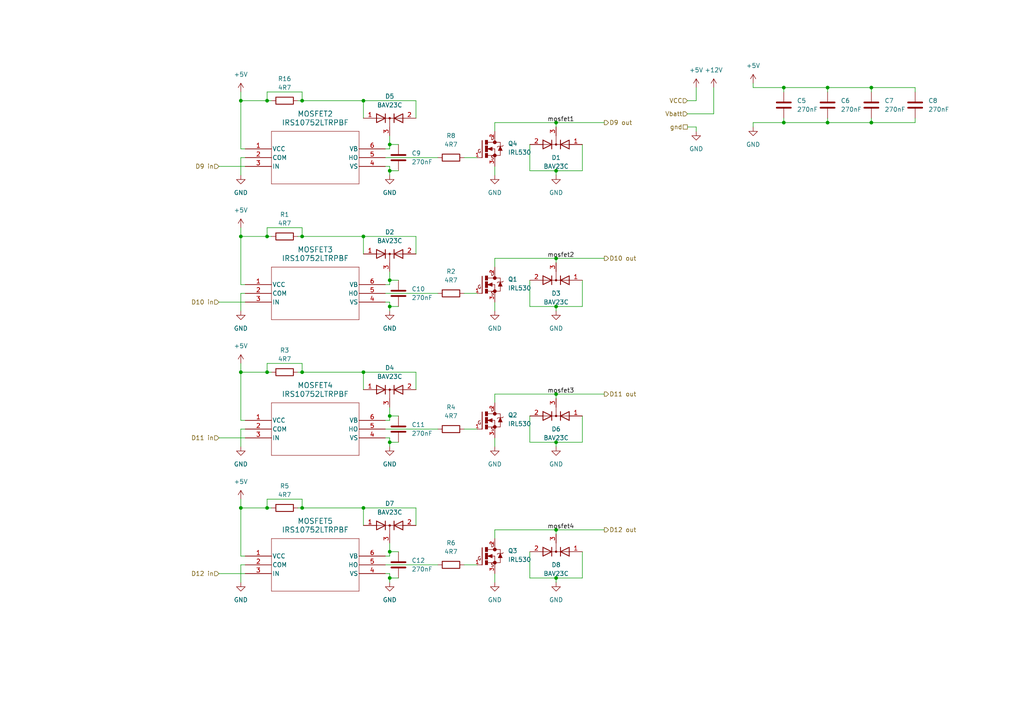
<source format=kicad_sch>
(kicad_sch (version 20230121) (generator eeschema)
  (paper "A4")
  (lib_symbols
    (symbol "Device:C" (pin_numbers hide) (pin_names (offset 0.254))
      (property "Reference" "C" (at 0.635 2.54 0))
      (property "Value" "C" (at 0.635 -2.54 0))
      (symbol "C_0_1"
        (polyline (pts (xy -2.032 -0.762) (xy 2.032 -0.762)) (stroke (width 0.508)))
        (polyline (pts (xy -2.032 0.762) (xy 2.032 0.762)) (stroke (width 0.508)))
      )
      (symbol "C_1_1"
        (pin passive line (at 0 3.81 270) (length 2.794) (name "~") (number "1"))
        (pin passive line (at 0 -3.81 90) (length 2.794) (name "~") (number "2"))
      )
    )
    (symbol "Device:R" (pin_numbers hide) (pin_names (offset 0))
      (property "Reference" "R" (at 2.032 0 90))
      (property "Value" "R" (at 0 0 90))
      (symbol "R_0_1"
        (rectangle (start -1.016 -2.54) (end 1.016 2.54) (stroke (width 0.254)))
      )
      (symbol "R_1_1"
        (pin passive line (at 0 3.81 270) (length 1.27) (name "~") (number "1"))
        (pin passive line (at 0 -3.81 90) (length 1.27) (name "~") (number "2"))
      )
    )
    (symbol "Diode:BAV70" (pin_names hide)
      (property "Reference" "D" (at 0.635 -2.54 0))
      (property "Value" "BAV70" (at 0 2.54 0))
      (symbol "BAV70_0_1"
        (polyline (pts (xy -3.81 0) (xy 3.81 0)))
        (polyline (pts (xy 0 0) (xy 0 -2.54)))
        (polyline (pts (xy -1.27 -1.27) (xy -1.27 1.27) (xy -1.27 1.27)) (stroke (width 0.254)))
        (polyline (pts (xy 1.27 -1.27) (xy 1.27 1.27) (xy 1.27 1.27)) (stroke (width 0.254)))
        (polyline (pts (xy -3.81 1.27) (xy -1.27 0) (xy -3.81 -1.27) (xy -3.81 1.27) (xy -3.81 1.27) (xy -3.81 1.27)) (stroke (width 0.254)))
        (polyline (pts (xy 3.81 -1.27) (xy 1.27 0) (xy 3.81 1.27) (xy 3.81 -1.27) (xy 3.81 -1.27) (xy 3.81 -1.27)) (stroke (width 0.254)))
        (circle (center 0 0) (radius 0.254) (fill (type outline)))
        (pin passive line (at -7.62 0 0) (length 3.81) (name "A") (number "1"))
        (pin passive line (at 7.62 0 180) (length 3.81) (name "A") (number "2"))
        (pin passive line (at 0 -5.08 90) (length 2.54) (name "K") (number "3"))
      )
    )
    (symbol "IRL530:IRL530" (pin_names (offset 1.016))
      (property "Reference" "Q" (at 6.35 0 0))
      (property "Value" "IRL530" (at 6.35 -2.54 0))
      (symbol "IRL530_0_0"
        (rectangle (start -0.254 -2.54) (end 0.508 -1.27) (stroke (width 0.1)) (fill (type outline)))
        (rectangle (start -0.254 -0.889) (end 0.508 0.889) (stroke (width 0.1)) (fill (type outline)))
        (rectangle (start -0.254 1.27) (end 0.508 2.54) (stroke (width 0.1)) (fill (type outline)))
        (polyline (pts (xy -1.1176 -2.54) (xy -2.54 -2.54)) (stroke (width 0.1524)))
        (polyline (pts (xy -1.1176 2.413) (xy -1.1176 -2.54)) (stroke (width 0.254)))
        (polyline (pts (xy 0.508 -1.905) (xy 2.54 -1.905)) (stroke (width 0.1524)))
        (polyline (pts (xy 0.508 0) (xy 1.778 -0.508)) (stroke (width 0.1524)))
        (polyline (pts (xy 0.762 0) (xy 1.651 -0.254)) (stroke (width 0.3048)))
        (polyline (pts (xy 1.651 -0.254) (xy 1.651 0)) (stroke (width 0.3048)))
        (polyline (pts (xy 1.651 0) (xy 1.397 0)) (stroke (width 0.3048)))
        (polyline (pts (xy 1.651 0) (xy 2.54 0)) (stroke (width 0.1524)))
        (polyline (pts (xy 1.651 0.254) (xy 0.762 0)) (stroke (width 0.3048)))
        (polyline (pts (xy 1.778 -0.508) (xy 1.778 0.508)) (stroke (width 0.1524)))
        (polyline (pts (xy 1.778 0.508) (xy 0.508 0)) (stroke (width 0.1524)))
        (polyline (pts (xy 2.54 -1.905) (xy 2.54 -2.54)) (stroke (width 0.1524)))
        (polyline (pts (xy 2.54 0) (xy 2.54 -1.905)) (stroke (width 0.1524)))
        (polyline (pts (xy 2.54 1.905) (xy 0.5334 1.905)) (stroke (width 0.1524)))
        (polyline (pts (xy 2.54 1.905) (xy 4.1275 1.905)) (stroke (width 0.1524)))
        (polyline (pts (xy 2.54 2.54) (xy 2.54 1.905)) (stroke (width 0.1524)))
        (polyline (pts (xy 3.4925 0.762) (xy 3.2385 0.508)) (stroke (width 0.1524)))
        (polyline (pts (xy 3.4925 0.762) (xy 4.1275 0.762)) (stroke (width 0.1524)))
        (polyline (pts (xy 3.5719 -0.4763) (xy 4.1275 -0.4763)) (stroke (width 0.1524)))
        (polyline (pts (xy 4.1275 -1.905) (xy 2.54 -1.905)) (stroke (width 0.1524)))
        (polyline (pts (xy 4.1275 -0.4763) (xy 4.1275 -1.905)) (stroke (width 0.1524)))
        (polyline (pts (xy 4.1275 -0.4763) (xy 4.6831 -0.4763)) (stroke (width 0.1524)))
        (polyline (pts (xy 4.1275 0.762) (xy 3.5719 -0.4763)) (stroke (width 0.1524)))
        (polyline (pts (xy 4.1275 0.762) (xy 4.7625 0.762)) (stroke (width 0.1524)))
        (polyline (pts (xy 4.1275 1.905) (xy 4.1275 0.762)) (stroke (width 0.1524)))
        (polyline (pts (xy 4.6831 -0.4763) (xy 4.1275 0.762)) (stroke (width 0.1524)))
        (polyline (pts (xy 4.7625 0.762) (xy 5.0165 1.016)) (stroke (width 0.1524)))
        (polyline (pts (xy 4.1275 0.635) (xy 3.6513 -0.3969) (xy 4.6038 -0.3969) (xy 4.1275 0.635)) (stroke (width 0.1524)) (fill (type outline)))
        (circle (center 2.54 -1.905) (radius 0.127) (stroke (width 0.4064)))
        (circle (center 2.54 1.905) (radius 0.127) (stroke (width 0.4064)))
        (text "D" (at 1.27 2.54 0) (effects (font (size 1.016 1.016)) (justify left bottom)))
        (text "G" (at -2.54 -1.27 0) (effects (font (size 1.016 1.016)) (justify left bottom)))
        (text "S" (at 1.27 -3.175 0) (effects (font (size 1.016 1.016)) (justify left bottom)))
        (pin passive line (at -2.54 -2.54 0) (length 0) (name "~") (number "1"))
        (pin passive line (at 2.54 5.08 270) (length 2.54) (name "~") (number "2"))
        (pin passive line (at 2.54 -5.08 90) (length 2.54) (name "~") (number "3"))
      )
    )
    (symbol "IRS10752PBF:IRS10752LTRPBF" (pin_names (offset 0.254))
      (property "Reference" "MOSFET" (at 20.32 10.16 0))
      (property "Value" "IRS10752LTRPBF" (at 20.32 7.62 0))
      (symbol "IRS10752LTRPBF_0_1"
        (polyline (pts (xy 7.62 -10.16) (xy 33.02 -10.16)) (stroke (width 0.127)))
        (polyline (pts (xy 7.62 5.08) (xy 7.62 -10.16)) (stroke (width 0.127)))
        (polyline (pts (xy 33.02 -10.16) (xy 33.02 5.08)) (stroke (width 0.127)))
        (polyline (pts (xy 33.02 5.08) (xy 7.62 5.08)) (stroke (width 0.127)))
        (pin power_in line (at 0 0 0) (length 7.62) (name "VCC") (number "1"))
        (pin unspecified line (at 0 -2.54 0) (length 7.62) (name "COM") (number "2"))
        (pin input line (at 0 -5.08 0) (length 7.62) (name "IN") (number "3"))
        (pin power_in line (at 40.64 -5.08 180) (length 7.62) (name "VS") (number "4"))
        (pin output line (at 40.64 -2.54 180) (length 7.62) (name "HO") (number "5"))
        (pin power_in line (at 40.64 0 180) (length 7.62) (name "VB") (number "6"))
      )
    )
    (symbol "power:+12V" (power) (pin_names (offset 0))
      (property "Value" "+12V" (at 0 3.556 0))
      (symbol "+12V_0_1"
        (polyline (pts (xy -0.762 1.27) (xy 0 2.54)))
        (polyline (pts (xy 0 0) (xy 0 2.54)))
        (polyline (pts (xy 0 2.54) (xy 0.762 1.27)))
      )
      (symbol "+12V_1_1"
        (pin power_in line (at 0 0 90) (length 0) hide (name "+12V") (number "1"))
      )
    )
    (symbol "power:+5V" (power) (pin_names (offset 0))
      (property "Value" "+5V" (at 0 3.556 0))
      (symbol "+5V_0_1"
        (polyline (pts (xy -0.762 1.27) (xy 0 2.54)))
        (polyline (pts (xy 0 0) (xy 0 2.54)))
        (polyline (pts (xy 0 2.54) (xy 0.762 1.27)))
      )
      (symbol "+5V_1_1"
        (pin power_in line (at 0 0 90) (length 0) hide (name "+5V") (number "1"))
      )
    )
    (symbol "power:GND" (power) (pin_names (offset 0))
      (property "Value" "GND" (at 0 -3.81 0))
      (symbol "GND_0_1"
        (polyline (pts (xy 0 0) (xy 0 -1.27) (xy 1.27 -1.27) (xy 0 -2.54) (xy -1.27 -1.27) (xy 0 -1.27)))
      )
      (symbol "GND_1_1"
        (pin power_in line (at 0 0 270) (length 0) hide (name "GND") (number "1"))
      )
    )
  )
  (junction (at 105.41 68.58))
  (junction (at 161.29 167.64))
  (junction (at 113.03 160.02))
  (junction (at 161.29 35.56))
  (junction (at 69.85 147.32))
  (junction (at 240.03 35.56))
  (junction (at 227.33 25.4))
  (junction (at 77.47 68.58))
  (junction (at 113.03 88.9))
  (junction (at 161.29 74.93))
  (junction (at 113.03 41.91))
  (junction (at 77.47 107.95))
  (junction (at 87.63 147.32))
  (junction (at 161.29 153.67))
  (junction (at 87.63 107.95))
  (junction (at 77.47 147.32))
  (junction (at 252.73 25.4))
  (junction (at 69.85 68.58))
  (junction (at 105.41 107.95))
  (junction (at 105.41 147.32))
  (junction (at 69.85 107.95))
  (junction (at 161.29 114.3))
  (junction (at 240.03 25.4))
  (junction (at 113.03 81.28))
  (junction (at 69.85 29.21))
  (junction (at 161.29 49.53))
  (junction (at 113.03 128.27))
  (junction (at 77.47 29.21))
  (junction (at 105.41 29.21))
  (junction (at 113.03 167.64))
  (junction (at 161.29 128.27))
  (junction (at 87.63 68.58))
  (junction (at 113.03 120.65))
  (junction (at 113.03 49.53))
  (junction (at 161.29 88.9))
  (junction (at 227.33 35.56))
  (junction (at 87.63 29.21))
  (junction (at 252.73 35.56))
  (wire (pts (xy 120.65 29.21) (xy 105.41 29.21)))
  (wire (pts (xy 161.29 167.64) (xy 161.29 168.91)))
  (wire (pts (xy 69.85 45.72) (xy 69.85 50.8)))
  (wire (pts (xy 199.39 36.83) (xy 201.93 36.83)))
  (wire (pts (xy 113.03 49.53) (xy 113.03 48.26)))
  (wire (pts (xy 113.03 49.53) (xy 115.57 49.53)))
  (wire (pts (xy 161.29 49.53) (xy 161.29 50.8)))
  (wire (pts (xy 153.67 160.02) (xy 153.67 167.64)))
  (wire (pts (xy 113.03 167.64) (xy 115.57 167.64)))
  (wire (pts (xy 153.67 81.28) (xy 153.67 88.9)))
  (wire (pts (xy 161.29 128.27) (xy 161.29 129.54)))
  (wire (pts (xy 63.5 48.26) (xy 71.12 48.26)))
  (wire (pts (xy 227.33 25.4) (xy 240.03 25.4)))
  (wire (pts (xy 240.03 34.29) (xy 240.03 35.56)))
  (wire (pts (xy 252.73 25.4) (xy 252.73 26.67)))
  (wire (pts (xy 105.41 29.21) (xy 105.41 34.29)))
  (wire (pts (xy 113.03 50.8) (xy 113.03 49.53)))
  (wire (pts (xy 143.51 156.21) (xy 143.51 153.67)))
  (wire (pts (xy 218.44 24.13) (xy 218.44 25.4)))
  (wire (pts (xy 69.85 144.78) (xy 69.85 147.32)))
  (wire (pts (xy 63.5 127) (xy 71.12 127)))
  (wire (pts (xy 113.03 160.02) (xy 115.57 160.02)))
  (wire (pts (xy 77.47 107.95) (xy 78.74 107.95)))
  (wire (pts (xy 252.73 35.56) (xy 265.43 35.56)))
  (wire (pts (xy 143.51 153.67) (xy 161.29 153.67)))
  (wire (pts (xy 134.62 45.72) (xy 138.43 45.72)))
  (wire (pts (xy 105.41 68.58) (xy 105.41 73.66)))
  (wire (pts (xy 143.51 116.84) (xy 143.51 114.3)))
  (wire (pts (xy 143.51 166.37) (xy 143.51 168.91)))
  (wire (pts (xy 87.63 29.21) (xy 105.41 29.21)))
  (wire (pts (xy 143.51 127) (xy 143.51 129.54)))
  (wire (pts (xy 113.03 81.28) (xy 113.03 82.55)))
  (wire (pts (xy 69.85 82.55) (xy 71.12 82.55)))
  (wire (pts (xy 120.65 147.32) (xy 105.41 147.32)))
  (wire (pts (xy 168.91 167.64) (xy 168.91 160.02)))
  (wire (pts (xy 113.03 160.02) (xy 113.03 161.29)))
  (wire (pts (xy 87.63 105.41) (xy 87.63 107.95)))
  (wire (pts (xy 218.44 36.83) (xy 218.44 35.56)))
  (wire (pts (xy 120.65 68.58) (xy 105.41 68.58)))
  (wire (pts (xy 77.47 107.95) (xy 77.47 105.41)))
  (wire (pts (xy 69.85 147.32) (xy 77.47 147.32)))
  (wire (pts (xy 161.29 88.9) (xy 168.91 88.9)))
  (wire (pts (xy 161.29 36.83) (xy 161.29 35.56)))
  (wire (pts (xy 77.47 147.32) (xy 78.74 147.32)))
  (wire (pts (xy 161.29 115.57) (xy 161.29 114.3)))
  (wire (pts (xy 153.67 49.53) (xy 161.29 49.53)))
  (wire (pts (xy 143.51 74.93) (xy 161.29 74.93)))
  (wire (pts (xy 77.47 26.67) (xy 87.63 26.67)))
  (wire (pts (xy 161.29 76.2) (xy 161.29 74.93)))
  (wire (pts (xy 113.03 120.65) (xy 113.03 121.92)))
  (wire (pts (xy 87.63 147.32) (xy 105.41 147.32)))
  (wire (pts (xy 113.03 127) (xy 111.76 127)))
  (wire (pts (xy 265.43 25.4) (xy 265.43 26.67)))
  (wire (pts (xy 87.63 66.04) (xy 87.63 68.58)))
  (wire (pts (xy 113.03 88.9) (xy 113.03 87.63)))
  (wire (pts (xy 77.47 66.04) (xy 87.63 66.04)))
  (wire (pts (xy 111.76 121.92) (xy 113.03 121.92)))
  (wire (pts (xy 69.85 107.95) (xy 77.47 107.95)))
  (wire (pts (xy 113.03 81.28) (xy 115.57 81.28)))
  (wire (pts (xy 69.85 105.41) (xy 69.85 107.95)))
  (wire (pts (xy 69.85 107.95) (xy 69.85 121.92)))
  (wire (pts (xy 69.85 29.21) (xy 69.85 43.18)))
  (wire (pts (xy 199.39 29.21) (xy 201.93 29.21)))
  (wire (pts (xy 113.03 88.9) (xy 115.57 88.9)))
  (wire (pts (xy 69.85 124.46) (xy 69.85 129.54)))
  (wire (pts (xy 153.67 128.27) (xy 161.29 128.27)))
  (wire (pts (xy 201.93 36.83) (xy 201.93 38.1)))
  (wire (pts (xy 63.5 87.63) (xy 71.12 87.63)))
  (wire (pts (xy 161.29 154.94) (xy 161.29 153.67)))
  (wire (pts (xy 113.03 168.91) (xy 113.03 167.64)))
  (wire (pts (xy 113.03 167.64) (xy 113.03 166.37)))
  (wire (pts (xy 265.43 35.56) (xy 265.43 34.29)))
  (wire (pts (xy 240.03 25.4) (xy 240.03 26.67)))
  (wire (pts (xy 69.85 43.18) (xy 71.12 43.18)))
  (wire (pts (xy 161.29 167.64) (xy 168.91 167.64)))
  (wire (pts (xy 240.03 25.4) (xy 252.73 25.4)))
  (wire (pts (xy 77.47 105.41) (xy 87.63 105.41)))
  (wire (pts (xy 69.85 124.46) (xy 71.12 124.46)))
  (wire (pts (xy 69.85 45.72) (xy 71.12 45.72)))
  (wire (pts (xy 227.33 34.29) (xy 227.33 35.56)))
  (wire (pts (xy 120.65 113.03) (xy 120.65 107.95)))
  (wire (pts (xy 111.76 85.09) (xy 127 85.09)))
  (wire (pts (xy 77.47 29.21) (xy 78.74 29.21)))
  (wire (pts (xy 113.03 128.27) (xy 113.03 127)))
  (wire (pts (xy 69.85 163.83) (xy 69.85 168.91)))
  (wire (pts (xy 120.65 152.4) (xy 120.65 147.32)))
  (wire (pts (xy 134.62 85.09) (xy 138.43 85.09)))
  (wire (pts (xy 69.85 85.09) (xy 71.12 85.09)))
  (wire (pts (xy 252.73 25.4) (xy 265.43 25.4)))
  (wire (pts (xy 113.03 90.17) (xy 113.03 88.9)))
  (wire (pts (xy 113.03 166.37) (xy 111.76 166.37)))
  (wire (pts (xy 227.33 25.4) (xy 227.33 26.67)))
  (wire (pts (xy 86.36 107.95) (xy 87.63 107.95)))
  (wire (pts (xy 113.03 39.37) (xy 113.03 41.91)))
  (wire (pts (xy 87.63 144.78) (xy 87.63 147.32)))
  (wire (pts (xy 113.03 48.26) (xy 111.76 48.26)))
  (wire (pts (xy 143.51 87.63) (xy 143.51 90.17)))
  (wire (pts (xy 113.03 128.27) (xy 115.57 128.27)))
  (wire (pts (xy 69.85 68.58) (xy 69.85 82.55)))
  (wire (pts (xy 111.76 45.72) (xy 127 45.72)))
  (wire (pts (xy 153.67 120.65) (xy 153.67 128.27)))
  (wire (pts (xy 218.44 35.56) (xy 227.33 35.56)))
  (wire (pts (xy 134.62 124.46) (xy 138.43 124.46)))
  (wire (pts (xy 69.85 161.29) (xy 71.12 161.29)))
  (wire (pts (xy 143.51 114.3) (xy 161.29 114.3)))
  (wire (pts (xy 105.41 107.95) (xy 105.41 113.03)))
  (wire (pts (xy 111.76 43.18) (xy 113.03 43.18)))
  (wire (pts (xy 113.03 157.48) (xy 113.03 160.02)))
  (wire (pts (xy 113.03 87.63) (xy 111.76 87.63)))
  (wire (pts (xy 77.47 68.58) (xy 78.74 68.58)))
  (wire (pts (xy 113.03 41.91) (xy 113.03 43.18)))
  (wire (pts (xy 87.63 26.67) (xy 87.63 29.21)))
  (wire (pts (xy 161.29 35.56) (xy 175.26 35.56)))
  (wire (pts (xy 161.29 114.3) (xy 175.26 114.3)))
  (wire (pts (xy 111.76 124.46) (xy 127 124.46)))
  (wire (pts (xy 87.63 107.95) (xy 105.41 107.95)))
  (wire (pts (xy 111.76 82.55) (xy 113.03 82.55)))
  (wire (pts (xy 69.85 147.32) (xy 69.85 161.29)))
  (wire (pts (xy 63.5 166.37) (xy 71.12 166.37)))
  (wire (pts (xy 227.33 35.56) (xy 240.03 35.56)))
  (wire (pts (xy 134.62 163.83) (xy 138.43 163.83)))
  (wire (pts (xy 168.91 128.27) (xy 168.91 120.65)))
  (wire (pts (xy 69.85 85.09) (xy 69.85 90.17)))
  (wire (pts (xy 201.93 29.21) (xy 201.93 25.4)))
  (wire (pts (xy 168.91 88.9) (xy 168.91 81.28)))
  (wire (pts (xy 153.67 88.9) (xy 161.29 88.9)))
  (wire (pts (xy 86.36 68.58) (xy 87.63 68.58)))
  (wire (pts (xy 120.65 107.95) (xy 105.41 107.95)))
  (wire (pts (xy 113.03 41.91) (xy 115.57 41.91)))
  (wire (pts (xy 153.67 167.64) (xy 161.29 167.64)))
  (wire (pts (xy 252.73 34.29) (xy 252.73 35.56)))
  (wire (pts (xy 218.44 25.4) (xy 227.33 25.4)))
  (wire (pts (xy 143.51 35.56) (xy 161.29 35.56)))
  (wire (pts (xy 69.85 29.21) (xy 77.47 29.21)))
  (wire (pts (xy 161.29 88.9) (xy 161.29 90.17)))
  (wire (pts (xy 69.85 66.04) (xy 69.85 68.58)))
  (wire (pts (xy 69.85 163.83) (xy 71.12 163.83)))
  (wire (pts (xy 69.85 68.58) (xy 77.47 68.58)))
  (wire (pts (xy 69.85 26.67) (xy 69.85 29.21)))
  (wire (pts (xy 113.03 118.11) (xy 113.03 120.65)))
  (wire (pts (xy 77.47 68.58) (xy 77.47 66.04)))
  (wire (pts (xy 111.76 163.83) (xy 127 163.83)))
  (wire (pts (xy 86.36 29.21) (xy 87.63 29.21)))
  (wire (pts (xy 113.03 129.54) (xy 113.03 128.27)))
  (wire (pts (xy 87.63 68.58) (xy 105.41 68.58)))
  (wire (pts (xy 161.29 128.27) (xy 168.91 128.27)))
  (wire (pts (xy 168.91 49.53) (xy 168.91 41.91)))
  (wire (pts (xy 113.03 120.65) (xy 115.57 120.65)))
  (wire (pts (xy 143.51 48.26) (xy 143.51 50.8)))
  (wire (pts (xy 199.39 33.02) (xy 207.01 33.02)))
  (wire (pts (xy 161.29 74.93) (xy 175.26 74.93)))
  (wire (pts (xy 86.36 147.32) (xy 87.63 147.32)))
  (wire (pts (xy 69.85 121.92) (xy 71.12 121.92)))
  (wire (pts (xy 120.65 34.29) (xy 120.65 29.21)))
  (wire (pts (xy 105.41 147.32) (xy 105.41 152.4)))
  (wire (pts (xy 77.47 144.78) (xy 87.63 144.78)))
  (wire (pts (xy 143.51 38.1) (xy 143.51 35.56)))
  (wire (pts (xy 143.51 77.47) (xy 143.51 74.93)))
  (wire (pts (xy 161.29 153.67) (xy 175.26 153.67)))
  (wire (pts (xy 77.47 29.21) (xy 77.47 26.67)))
  (wire (pts (xy 153.67 41.91) (xy 153.67 49.53)))
  (wire (pts (xy 77.47 147.32) (xy 77.47 144.78)))
  (wire (pts (xy 113.03 78.74) (xy 113.03 81.28)))
  (wire (pts (xy 111.76 161.29) (xy 113.03 161.29)))
  (wire (pts (xy 240.03 35.56) (xy 252.73 35.56)))
  (wire (pts (xy 207.01 33.02) (xy 207.01 25.4)))
  (wire (pts (xy 161.29 49.53) (xy 168.91 49.53)))
  (wire (pts (xy 120.65 73.66) (xy 120.65 68.58)))
  (label "mosfet4" (at 158.75 153.67 0))
  (label "mosfet1" (at 158.75 35.56 0))
  (label "mosfet2" (at 158.75 74.93 0))
  (label "mosfet3" (at 158.75 114.3 0))
  (hierarchical_label "D9 in" (shape input) (at 63.5 48.26 180))
  (hierarchical_label "D12 in" (shape input) (at 63.5 166.37 180))
  (hierarchical_label "D11 out" (shape output) (at 175.26 114.3 0))
  (hierarchical_label "D10 in" (shape input) (at 63.5 87.63 180))
  (hierarchical_label "D9 out" (shape output) (at 175.26 35.56 0))
  (hierarchical_label "D10 out" (shape output) (at 175.26 74.93 0))
  (hierarchical_label "D11 in" (shape input) (at 63.5 127 180))
  (hierarchical_label "D12 out" (shape output) (at 175.26 153.67 0))
  (hierarchical_label "Vbatt" (shape input) (at 199.39 33.02 180))
  (hierarchical_label "gnd" (shape passive) (at 199.39 36.83 180))
  (hierarchical_label "VCC" (shape input) (at 199.39 29.21 180))
  (symbol (lib_id "power:GND") (at 69.85 90.17 0) (unit 1)
    (property "Reference" "#PWR04" (effects hide))
    (property "Value" "GND" (at 69.85 95.25 0))
  )
  (symbol (lib_id "Device:C") (at 115.57 85.09 0) (unit 1)
    (property "Reference" "C10" (at 119.38 83.82 0) (effects (justify left)))
    (property "Value" "270nF" (at 119.38 86.36 0) (effects (justify left)))
  )
  (symbol (lib_id "power:GND") (at 143.51 168.91 0) (unit 1)
    (property "Reference" "#PWR041" (effects hide))
    (property "Value" "GND" (at 143.51 173.99 0))
  )
  (symbol (lib_id "Device:C") (at 115.57 124.46 0) (unit 1)
    (property "Reference" "C11" (at 119.38 123.19 0) (effects (justify left)))
    (property "Value" "270nF" (at 119.38 125.73 0) (effects (justify left)))
  )
  (symbol (lib_id "power:+5V") (at 69.85 26.67 0) (unit 1)
    (property "Reference" "#PWR024" (effects hide))
    (property "Value" "+5V" (at 69.85 21.59 0))
  )
  (symbol (lib_id "power:GND") (at 143.51 90.17 0) (unit 1)
    (property "Reference" "#PWR031" (effects hide))
    (property "Value" "GND" (at 143.51 95.25 0))
  )
  (symbol (lib_id "IRS10752PBF:IRS10752LTRPBF") (at 71.12 161.29 0) (unit 1)
    (property "Reference" "MOSFET5" (at 91.44 151.13 0) (effects (font (size 1.524 1.524))))
    (property "Value" "IRS10752LTRPBF" (at 91.44 153.67 0) (effects (font (size 1.524 1.524))))
    (property "Footprint" "6L-SOT23" (effects hide))
    (property "Datasheet" "IRS10752LTRPBF" (effects hide))
  )
  (symbol (lib_id "power:GND") (at 161.29 168.91 0) (unit 1)
    (property "Reference" "#PWR042" (effects hide))
    (property "Value" "GND" (at 161.29 173.99 0))
  )
  (symbol (lib_id "Device:R") (at 130.81 163.83 270) (unit 1)
    (property "Reference" "R6" (at 130.81 157.48 90))
    (property "Value" "4R7" (at 130.81 160.02 90))
    (property "Footprint" "Resistor_SMD:R_0805_2012Metric" (effects hide))
  )
  (symbol (lib_id "power:+12V") (at 207.01 25.4 0) (unit 1)
    (property "Reference" "#PWR013" (effects hide))
    (property "Value" "+12V" (at 207.01 20.32 0))
  )
  (symbol (lib_id "Device:R") (at 130.81 124.46 270) (unit 1)
    (property "Reference" "R4" (at 130.81 118.11 90))
    (property "Value" "4R7" (at 130.81 120.65 90))
    (property "Footprint" "Resistor_SMD:R_0805_2012Metric" (effects hide))
  )
  (symbol (lib_id "power:GND") (at 113.03 50.8 0) (unit 1)
    (property "Reference" "#PWR028" (effects hide))
    (property "Value" "GND" (at 113.03 55.88 0))
  )
  (symbol (lib_id "Device:R") (at 82.55 29.21 90) (unit 1)
    (property "Reference" "R16" (at 82.55 22.86 90))
    (property "Value" "4R7" (at 82.55 25.4 90))
  )
  (symbol (lib_id "Device:R") (at 82.55 147.32 90) (unit 1)
    (property "Reference" "R5" (at 82.55 140.97 90))
    (property "Value" "4R7" (at 82.55 143.51 90))
  )
  (symbol (lib_id "power:GND") (at 161.29 50.8 0) (unit 1)
    (property "Reference" "#PWR029" (effects hide))
    (property "Value" "GND" (at 161.29 55.88 0))
  )
  (symbol (lib_id "Device:R") (at 82.55 107.95 90) (unit 1)
    (property "Reference" "R3" (at 82.55 101.6 90))
    (property "Value" "4R7" (at 82.55 104.14 90))
  )
  (symbol (lib_id "Device:C") (at 265.43 30.48 0) (unit 1)
    (property "Reference" "C8" (at 269.24 29.21 0) (effects (justify left)))
    (property "Value" "270nF" (at 269.24 31.75 0) (effects (justify left)))
  )
  (symbol (lib_id "power:+5V") (at 201.93 25.4 0) (unit 1)
    (property "Reference" "#PWR022" (effects hide))
    (property "Value" "+5V" (at 201.93 20.32 0))
  )
  (symbol (lib_id "Device:R") (at 130.81 85.09 270) (unit 1)
    (property "Reference" "R2" (at 130.81 78.74 90))
    (property "Value" "4R7" (at 130.81 81.28 90))
    (property "Footprint" "Resistor_SMD:R_0805_2012Metric" (effects hide))
  )
  (symbol (lib_id "power:GND") (at 143.51 129.54 0) (unit 1)
    (property "Reference" "#PWR036" (effects hide))
    (property "Value" "GND" (at 143.51 134.62 0))
  )
  (symbol (lib_id "Device:C") (at 240.03 30.48 0) (unit 1)
    (property "Reference" "C6" (at 243.84 29.21 0) (effects (justify left)))
    (property "Value" "270nF" (at 243.84 31.75 0) (effects (justify left)))
  )
  (symbol (lib_id "power:GND") (at 161.29 90.17 0) (unit 1)
    (property "Reference" "#PWR032" (effects hide))
    (property "Value" "GND" (at 161.29 95.25 0))
  )
  (symbol (lib_id "power:GND") (at 113.03 168.91 0) (unit 1)
    (property "Reference" "#PWR040" (effects hide))
    (property "Value" "GND" (at 113.03 173.99 0))
  )
  (symbol (lib_id "Diode:BAV70") (at 113.03 113.03 0) (unit 1)
    (property "Reference" "D4" (at 113.03 106.68 0))
    (property "Value" "BAV23C" (at 113.03 109.22 0))
    (property "Footprint" "Package_TO_SOT_SMD:SOT-23" (effects hide))
    (property "Datasheet" "https://assets.nexperia.com/documents/data-sheet/BAV70_SER.pdf" (effects hide))
  )
  (symbol (lib_id "power:+5V") (at 218.44 24.13 0) (unit 1)
    (property "Reference" "#PWR025" (effects hide))
    (property "Value" "+5V" (at 218.44 19.05 0))
  )
  (symbol (lib_id "power:GND") (at 161.29 129.54 0) (unit 1)
    (property "Reference" "#PWR037" (effects hide))
    (property "Value" "GND" (at 161.29 134.62 0))
  )
  (symbol (lib_id "power:GND") (at 143.51 50.8 0) (unit 1)
    (property "Reference" "#PWR027" (effects hide))
    (property "Value" "GND" (at 143.51 55.88 0))
  )
  (symbol (lib_id "IRL530:IRL530") (at 140.97 121.92 0) (unit 1)
    (property "Reference" "Q2" (at 147.32 120.3877 0) (effects (justify left)))
    (property "Value" "IRL530" (at 147.32 122.9277 0) (effects (justify left)))
    (property "Footprint" "Package_TO_SOT_THT:TO-220-3_Vertical" (effects hide))
    (property "MF" "Vishay / Siliconix" (effects hide))
    (property "Description" "\nN-Channel 100 V 15A (Tc) 88W (Tc) Through Hole TO-220AB\n" (effects hide))
    (property "Package" "TO-220-3 Vishay" (effects hide))
    (property "Price" "None" (effects hide))
    (property "SnapEDA_Link" "https://www.snapeda.com/parts/IRL530/Vishay+Siliconix/view-part/?ref=snap" (effects hide))
    (property "MP" "IRL530" (effects hide))
    (property "Purchase-URL" "https://www.snapeda.com/api/url_track_click_mouser/?unipart_id=4223030&manufacturer=Vishay / Siliconix&part_name=IRL530&search_term=None" (effects hide))
    (property "Availability" "In Stock" (effects hide))
    (property "Check_prices" "https://www.snapeda.com/parts/IRL530/Vishay+Siliconix/view-part/?ref=eda" (effects hide))
  )
  (symbol (lib_id "power:GND") (at 113.03 129.54 0) (unit 1)
    (property "Reference" "#PWR035" (effects hide))
    (property "Value" "GND" (at 113.03 134.62 0))
  )
  (symbol (lib_id "Diode:BAV70") (at 161.29 81.28 180) (unit 1)
    (property "Reference" "D3" (at 161.29 85.09 0))
    (property "Value" "BAV23C" (at 161.29 87.63 0))
    (property "Footprint" "Package_TO_SOT_SMD:SOT-23" (effects hide))
    (property "Datasheet" "https://assets.nexperia.com/documents/data-sheet/BAV70_SER.pdf" (effects hide))
  )
  (symbol (lib_id "Device:C") (at 227.33 30.48 0) (unit 1)
    (property "Reference" "C5" (at 231.14 29.21 0) (effects (justify left)))
    (property "Value" "270nF" (at 231.14 31.75 0) (effects (justify left)))
  )
  (symbol (lib_id "IRL530:IRL530") (at 140.97 161.29 0) (unit 1)
    (property "Reference" "Q3" (at 147.32 159.7577 0) (effects (justify left)))
    (property "Value" "IRL530" (at 147.32 162.2977 0) (effects (justify left)))
    (property "Footprint" "Package_TO_SOT_THT:TO-220-3_Vertical" (effects hide))
    (property "MF" "Vishay / Siliconix" (effects hide))
    (property "Description" "\nN-Channel 100 V 15A (Tc) 88W (Tc) Through Hole TO-220AB\n" (effects hide))
    (property "Package" "TO-220-3 Vishay" (effects hide))
    (property "Price" "None" (effects hide))
    (property "SnapEDA_Link" "https://www.snapeda.com/parts/IRL530/Vishay+Siliconix/view-part/?ref=snap" (effects hide))
    (property "MP" "IRL530" (effects hide))
    (property "Purchase-URL" "https://www.snapeda.com/api/url_track_click_mouser/?unipart_id=4223030&manufacturer=Vishay / Siliconix&part_name=IRL530&search_term=None" (effects hide))
    (property "Availability" "In Stock" (effects hide))
    (property "Check_prices" "https://www.snapeda.com/parts/IRL530/Vishay+Siliconix/view-part/?ref=eda" (effects hide))
  )
  (symbol (lib_id "power:GND") (at 69.85 168.91 0) (unit 1)
    (property "Reference" "#PWR039" (effects hide))
    (property "Value" "GND" (at 69.85 173.99 0))
  )
  (symbol (lib_id "IRL530:IRL530") (at 140.97 82.55 0) (unit 1)
    (property "Reference" "Q1" (at 147.32 81.0177 0) (effects (justify left)))
    (property "Value" "IRL530" (at 147.32 83.5577 0) (effects (justify left)))
    (property "Footprint" "Package_TO_SOT_THT:TO-220-3_Vertical" (effects hide))
    (property "MF" "Vishay / Siliconix" (effects hide))
    (property "Description" "\nN-Channel 100 V 15A (Tc) 88W (Tc) Through Hole TO-220AB\n" (effects hide))
    (property "Package" "TO-220-3 Vishay" (effects hide))
    (property "Price" "None" (effects hide))
    (property "SnapEDA_Link" "https://www.snapeda.com/parts/IRL530/Vishay+Siliconix/view-part/?ref=snap" (effects hide))
    (property "MP" "IRL530" (effects hide))
    (property "Purchase-URL" "https://www.snapeda.com/api/url_track_click_mouser/?unipart_id=4223030&manufacturer=Vishay / Siliconix&part_name=IRL530&search_term=None" (effects hide))
    (property "Availability" "In Stock" (effects hide))
    (property "Check_prices" "https://www.snapeda.com/parts/IRL530/Vishay+Siliconix/view-part/?ref=eda" (effects hide))
  )
  (symbol (lib_id "Diode:BAV70") (at 161.29 160.02 180) (unit 1)
    (property "Reference" "D8" (at 161.29 163.83 0))
    (property "Value" "BAV23C" (at 161.29 166.37 0))
    (property "Footprint" "Package_TO_SOT_SMD:SOT-23" (effects hide))
    (property "Datasheet" "https://assets.nexperia.com/documents/data-sheet/BAV70_SER.pdf" (effects hide))
  )
  (symbol (lib_id "power:GND") (at 113.03 90.17 0) (unit 1)
    (property "Reference" "#PWR021" (effects hide))
    (property "Value" "GND" (at 113.03 95.25 0))
  )
  (symbol (lib_id "power:GND") (at 201.93 38.1 0) (unit 1)
    (property "Reference" "#PWR023" (effects hide))
    (property "Value" "GND" (at 201.93 43.18 0))
  )
  (symbol (lib_id "Device:C") (at 115.57 45.72 0) (unit 1)
    (property "Reference" "C9" (at 119.38 44.45 0) (effects (justify left)))
    (property "Value" "270nF" (at 119.38 46.99 0) (effects (justify left)))
  )
  (symbol (lib_id "IRS10752PBF:IRS10752LTRPBF") (at 71.12 82.55 0) (unit 1)
    (property "Reference" "MOSFET3" (at 91.44 72.39 0) (effects (font (size 1.524 1.524))))
    (property "Value" "IRS10752LTRPBF" (at 91.44 74.93 0) (effects (font (size 1.524 1.524))))
    (property "Footprint" "6L-SOT23" (effects hide))
    (property "Datasheet" "IRS10752LTRPBF" (effects hide))
  )
  (symbol (lib_id "power:GND") (at 69.85 129.54 0) (unit 1)
    (property "Reference" "#PWR034" (effects hide))
    (property "Value" "GND" (at 69.85 134.62 0))
  )
  (symbol (lib_id "power:GND") (at 218.44 36.83 0) (unit 1)
    (property "Reference" "#PWR030" (effects hide))
    (property "Value" "GND" (at 218.44 41.91 0))
  )
  (symbol (lib_id "Device:C") (at 252.73 30.48 0) (unit 1)
    (property "Reference" "C7" (at 256.54 29.21 0) (effects (justify left)))
    (property "Value" "270nF" (at 256.54 31.75 0) (effects (justify left)))
  )
  (symbol (lib_id "Diode:BAV70") (at 161.29 120.65 180) (unit 1)
    (property "Reference" "D6" (at 161.29 124.46 0))
    (property "Value" "BAV23C" (at 161.29 127 0))
    (property "Footprint" "Package_TO_SOT_SMD:SOT-23" (effects hide))
    (property "Datasheet" "https://assets.nexperia.com/documents/data-sheet/BAV70_SER.pdf" (effects hide))
  )
  (symbol (lib_id "power:GND") (at 69.85 50.8 0) (unit 1)
    (property "Reference" "#PWR026" (effects hide))
    (property "Value" "GND" (at 69.85 55.88 0))
  )
  (symbol (lib_id "Diode:BAV70") (at 161.29 41.91 180) (unit 1)
    (property "Reference" "D1" (at 161.29 45.72 0))
    (property "Value" "BAV23C" (at 161.29 48.26 0))
    (property "Footprint" "Package_TO_SOT_SMD:SOT-23" (effects hide))
    (property "Datasheet" "https://assets.nexperia.com/documents/data-sheet/BAV70_SER.pdf" (effects hide))
  )
  (symbol (lib_id "power:+5V") (at 69.85 144.78 0) (unit 1)
    (property "Reference" "#PWR038" (effects hide))
    (property "Value" "+5V" (at 69.85 139.7 0))
  )
  (symbol (lib_id "Device:R") (at 82.55 68.58 90) (unit 1)
    (property "Reference" "R1" (at 82.55 62.23 90))
    (property "Value" "4R7" (at 82.55 64.77 90))
  )
  (symbol (lib_id "IRL530:IRL530") (at 140.97 43.18 0) (unit 1)
    (property "Reference" "Q4" (at 147.32 41.6477 0) (effects (justify left)))
    (property "Value" "IRL530" (at 147.32 44.1877 0) (effects (justify left)))
    (property "Footprint" "Package_TO_SOT_THT:TO-220-3_Vertical" (effects hide))
    (property "MF" "Vishay / Siliconix" (effects hide))
    (property "Description" "\nN-Channel 100 V 15A (Tc) 88W (Tc) Through Hole TO-220AB\n" (effects hide))
    (property "Package" "TO-220-3 Vishay" (effects hide))
    (property "Price" "None" (effects hide))
    (property "SnapEDA_Link" "https://www.snapeda.com/parts/IRL530/Vishay+Siliconix/view-part/?ref=snap" (effects hide))
    (property "MP" "IRL530" (effects hide))
    (property "Purchase-URL" "https://www.snapeda.com/api/url_track_click_mouser/?unipart_id=4223030&manufacturer=Vishay / Siliconix&part_name=IRL530&search_term=None" (effects hide))
    (property "Availability" "In Stock" (effects hide))
    (property "Check_prices" "https://www.snapeda.com/parts/IRL530/Vishay+Siliconix/view-part/?ref=eda" (effects hide))
  )
  (symbol (lib_id "IRS10752PBF:IRS10752LTRPBF") (at 71.12 121.92 0) (unit 1)
    (property "Reference" "MOSFET4" (at 91.44 111.76 0) (effects (font (size 1.524 1.524))))
    (property "Value" "IRS10752LTRPBF" (at 91.44 114.3 0) (effects (font (size 1.524 1.524))))
    (property "Footprint" "6L-SOT23" (effects hide))
    (property "Datasheet" "IRS10752LTRPBF" (effects hide))
  )
  (symbol (lib_id "Device:C") (at 115.57 163.83 0) (unit 1)
    (property "Reference" "C12" (at 119.38 162.56 0) (effects (justify left)))
    (property "Value" "270nF" (at 119.38 165.1 0) (effects (justify left)))
  )
  (symbol (lib_id "Diode:BAV70") (at 113.03 73.66 0) (unit 1)
    (property "Reference" "D2" (at 113.03 67.31 0))
    (property "Value" "BAV23C" (at 113.03 69.85 0))
    (property "Footprint" "Package_TO_SOT_SMD:SOT-23" (effects hide))
    (property "Datasheet" "https://assets.nexperia.com/documents/data-sheet/BAV70_SER.pdf" (effects hide))
  )
  (symbol (lib_id "power:+5V") (at 69.85 105.41 0) (unit 1)
    (property "Reference" "#PWR033" (effects hide))
    (property "Value" "+5V" (at 69.85 100.33 0))
  )
  (symbol (lib_id "Diode:BAV70") (at 113.03 34.29 0) (unit 1)
    (property "Reference" "D5" (at 113.03 27.94 0))
    (property "Value" "BAV23C" (at 113.03 30.48 0))
    (property "Footprint" "Package_TO_SOT_SMD:SOT-23" (effects hide))
    (property "Datasheet" "https://assets.nexperia.com/documents/data-sheet/BAV70_SER.pdf" (effects hide))
  )
  (symbol (lib_id "power:+5V") (at 69.85 66.04 0) (unit 1)
    (property "Reference" "#PWR02" (effects hide))
    (property "Value" "+5V" (at 69.85 60.96 0))
  )
  (symbol (lib_id "IRS10752PBF:IRS10752LTRPBF") (at 71.12 43.18 0) (unit 1)
    (property "Reference" "MOSFET2" (at 91.44 33.02 0) (effects (font (size 1.524 1.524))))
    (property "Value" "IRS10752LTRPBF" (at 91.44 35.56 0) (effects (font (size 1.524 1.524))))
    (property "Footprint" "6L-SOT23" (effects hide))
    (property "Datasheet" "IRS10752LTRPBF" (effects hide))
  )
  (symbol (lib_id "Diode:BAV70") (at 113.03 152.4 0) (unit 1)
    (property "Reference" "D7" (at 113.03 146.05 0))
    (property "Value" "BAV23C" (at 113.03 148.59 0))
    (property "Footprint" "Package_TO_SOT_SMD:SOT-23" (effects hide))
    (property "Datasheet" "https://assets.nexperia.com/documents/data-sheet/BAV70_SER.pdf" (effects hide))
  )
  (symbol (lib_id "Device:R") (at 130.81 45.72 270) (unit 1)
    (property "Reference" "R8" (at 130.81 39.37 90))
    (property "Value" "4R7" (at 130.81 41.91 90))
    (property "Footprint" "Resistor_SMD:R_0805_2012Metric" (effects hide))
  )
)
</source>
